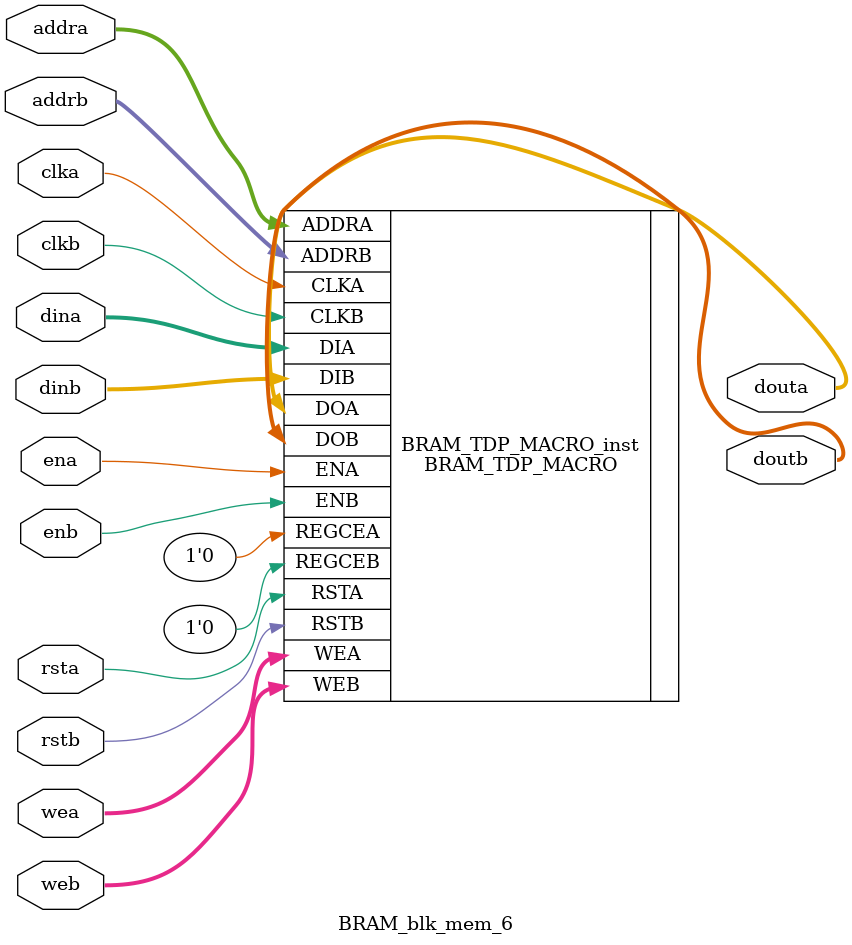
<source format=v>
`timescale 1ns/1ps

module BRAM_blk_mem_6 (
  clka,
  ena,
  wea,
  addra,
  dina,
  douta,
  rsta,
  clkb,
  enb,
  web,
  addrb,
  dinb,
  doutb,
  rstb
);


input wire clka;
input wire clkb;

input wire ena;
input wire enb;

input wire rsta;
input wire rstb;

input wire [3 : 0] wea;
input wire [3 : 0] web;

input wire [9 : 0] addra;
input wire [9 : 0] addrb;

input wire [31 : 0] dina;
input wire [31 : 0] dinb;

output wire [31 : 0] douta;
output wire [31 : 0] doutb;


// BRAM_TDP_MACRO : In order to incorporate this function into the design,
//   Verilog   : the following instance declaration needs to be placed
//  instance   : in the body of the design code.  The instance name
// declaration : (BRAM_TDP_MACRO_inst) and/or the port declarations within the
//    code     : parenthesis may be changed to properly reference and
//             : connect this function to the design.  All inputs
//             : and outputs must be connected.

//  <-----Cut code below this line---->

   // BRAM_TDP_MACRO: True Dual Port RAM
   //                 Virtex-7
   // Xilinx HDL Language Template, version 2016.4
   
   //////////////////////////////////////////////////////////////////////////
   // DATA_WIDTH_A/B | BRAM_SIZE | RAM Depth | ADDRA/B Width | WEA/B Width //
   // ===============|===========|===========|===============|=============//
   //     19-36      |  "36Kb"   |    1024   |    10-bit     |    4-bit    //
   //     10-18      |  "36Kb"   |    2048   |    11-bit     |    2-bit    //
   //     10-18      |  "18Kb"   |    1024   |    10-bit     |    2-bit    //
   //      5-9       |  "36Kb"   |    4096   |    12-bit     |    1-bit    //
   //      5-9       |  "18Kb"   |    2048   |    11-bit     |    1-bit    //
   //      3-4       |  "36Kb"   |    8192   |    13-bit     |    1-bit    //
   //      3-4       |  "18Kb"   |    4096   |    12-bit     |    1-bit    //
   //        2       |  "36Kb"   |   16384   |    14-bit     |    1-bit    //
   //        2       |  "18Kb"   |    8192   |    13-bit     |    1-bit    //
   //        1       |  "36Kb"   |   32768   |    15-bit     |    1-bit    //
   //        1       |  "18Kb"   |   16384   |    14-bit     |    1-bit    //
   //////////////////////////////////////////////////////////////////////////

   BRAM_TDP_MACRO #(
      .BRAM_SIZE("36Kb"), // Target BRAM: "18Kb" or "36Kb" 
      .DEVICE("7SERIES"), // Target device: "7SERIES" 
      .DOA_REG(0),        // Optional port A output register (0 or 1)
      .DOB_REG(0),        // Optional port B output register (0 or 1)
      .INIT_A(36'h00000000),  // Initial values on port A output port
      .INIT_B(36'h00000000), // Initial values on port B output port
      .INIT_FILE ("weight_6.mem"),
      .READ_WIDTH_A (32),   // Valid values are 1-36 (19-36 only valid when BRAM_SIZE="36Kb")
      .READ_WIDTH_B (32),   // Valid values are 1-36 (19-36 only valid when BRAM_SIZE="36Kb")
      .SIM_COLLISION_CHECK ("ALL"), // Collision check enable "ALL", "WARNING_ONLY", 
                                    //   "GENERATE_X_ONLY" or "NONE" 
      .SRVAL_A(36'h00000000), // Set/Reset value for port A output
      .SRVAL_B(36'h00000000), // Set/Reset value for port B output
      .WRITE_MODE_A("WRITE_FIRST"), // "WRITE_FIRST", "READ_FIRST", or "NO_CHANGE" 
      .WRITE_MODE_B("WRITE_FIRST"), // "WRITE_FIRST", "READ_FIRST", or "NO_CHANGE" 
      .WRITE_WIDTH_A(32), // Valid values are 1-36 (19-36 only valid when BRAM_SIZE="36Kb")
      .WRITE_WIDTH_B(32), // Valid values are 1-36 (19-36 only valid when BRAM_SIZE="36Kb")
      .INIT_00(256'h0000000000000000000000000000000000000000000000000000000000000000),
      .INIT_01(256'h0000000000000000000000000000000000000000000000000000000000000000),
      .INIT_02(256'h0000000000000000000000000000000000000000000000000000000000000000),
      .INIT_03(256'h0000000000000000000000000000000000000000000000000000000000000000),
      .INIT_04(256'h0000000000000000000000000000000000000000000000000000000000000000),
      .INIT_05(256'h0000000000000000000000000000000000000000000000000000000000000000),
      .INIT_06(256'h0000000000000000000000000000000000000000000000000000000000000000),
      .INIT_07(256'h0000000000000000000000000000000000000000000000000000000000000000),
      .INIT_08(256'h0000000000000000000000000000000000000000000000000000000000000000),
      .INIT_09(256'h0000000000000000000000000000000000000000000000000000000000000000),
      .INIT_0A(256'h0000000000000000000000000000000000000000000000000000000000000000),
      .INIT_0B(256'h0000000000000000000000000000000000000000000000000000000000000000),
      .INIT_0C(256'h0000000000000000000000000000000000000000000000000000000000000000),
      .INIT_0D(256'h0000000000000000000000000000000000000000000000000000000000000000),
      .INIT_0E(256'h0000000000000000000000000000000000000000000000000000000000000000),
      .INIT_0F(256'h0000000000000000000000000000000000000000000000000000000000000000),
      .INIT_10(256'h0000000000000000000000000000000000000000000000000000000000000000),
      .INIT_11(256'h0000000000000000000000000000000000000000000000000000000000000000),
      .INIT_12(256'h0000000000000000000000000000000000000000000000000000000000000000),
      .INIT_13(256'h0000000000000000000000000000000000000000000000000000000000000000),
      .INIT_14(256'h0000000000000000000000000000000000000000000000000000000000000000),
      .INIT_15(256'h0000000000000000000000000000000000000000000000000000000000000000),
      .INIT_16(256'h0000000000000000000000000000000000000000000000000000000000000000),
      .INIT_17(256'h0000000000000000000000000000000000000000000000000000000000000000),
      .INIT_18(256'h0000000000000000000000000000000000000000000000000000000000000000),
      .INIT_19(256'h0000000000000000000000000000000000000000000000000000000000000000),
      .INIT_1A(256'h0000000000000000000000000000000000000000000000000000000000000000),
      .INIT_1B(256'h0000000000000000000000000000000000000000000000000000000000000000),
      .INIT_1C(256'h0000000000000000000000000000000000000000000000000000000000000000),
      .INIT_1D(256'h0000000000000000000000000000000000000000000000000000000000000000),
      .INIT_1E(256'h0000000000000000000000000000000000000000000000000000000000000000),
      .INIT_1F(256'h0000000000000000000000000000000000000000000000000000000000000000),
      .INIT_20(256'h0000000000000000000000000000000000000000000000000000000000000000),
      .INIT_21(256'h0000000000000000000000000000000000000000000000000000000000000000),
      .INIT_22(256'h0000000000000000000000000000000000000000000000000000000000000000),
      .INIT_23(256'h0000000000000000000000000000000000000000000000000000000000000000),
      .INIT_24(256'h0000000000000000000000000000000000000000000000000000000000000000),
      .INIT_25(256'h0000000000000000000000000000000000000000000000000000000000000000),
      .INIT_26(256'h0000000000000000000000000000000000000000000000000000000000000000),
      .INIT_27(256'h0000000000000000000000000000000000000000000000000000000000000000),
      .INIT_28(256'h0000000000000000000000000000000000000000000000000000000000000000),
      .INIT_29(256'h0000000000000000000000000000000000000000000000000000000000000000),
      .INIT_2A(256'h0000000000000000000000000000000000000000000000000000000000000000),
      .INIT_2B(256'h0000000000000000000000000000000000000000000000000000000000000000),
      .INIT_2C(256'h0000000000000000000000000000000000000000000000000000000000000000),
      .INIT_2D(256'h0000000000000000000000000000000000000000000000000000000000000000),
      .INIT_2E(256'h0000000000000000000000000000000000000000000000000000000000000000),
      .INIT_2F(256'h0000000000000000000000000000000000000000000000000000000000000000),
      .INIT_30(256'h0000000000000000000000000000000000000000000000000000000000000000),
      .INIT_31(256'h0000000000000000000000000000000000000000000000000000000000000000),
      .INIT_32(256'h0000000000000000000000000000000000000000000000000000000000000000),
      .INIT_33(256'h0000000000000000000000000000000000000000000000000000000000000000),
      .INIT_34(256'h0000000000000000000000000000000000000000000000000000000000000000),
      .INIT_35(256'h0000000000000000000000000000000000000000000000000000000000000000),
      .INIT_36(256'h0000000000000000000000000000000000000000000000000000000000000000),
      .INIT_37(256'h0000000000000000000000000000000000000000000000000000000000000000),
      .INIT_38(256'h0000000000000000000000000000000000000000000000000000000000000000),
      .INIT_39(256'h0000000000000000000000000000000000000000000000000000000000000000),
      .INIT_3A(256'h0000000000000000000000000000000000000000000000000000000000000000),
      .INIT_3B(256'h0000000000000000000000000000000000000000000000000000000000000000),
      .INIT_3C(256'h0000000000000000000000000000000000000000000000000000000000000000),
      .INIT_3D(256'h0000000000000000000000000000000000000000000000000000000000000000),
      .INIT_3E(256'h0000000000000000000000000000000000000000000000000000000000000000),
      .INIT_3F(256'h0000000000000000000000000000000000000000000000000000000000000000),
      
      // The next set of INIT_xx are valid when configured as 36Kb
      .INIT_40(256'h0000000000000000000000000000000000000000000000000000000000000000),
      .INIT_41(256'h0000000000000000000000000000000000000000000000000000000000000000),
      .INIT_42(256'h0000000000000000000000000000000000000000000000000000000000000000),
      .INIT_43(256'h0000000000000000000000000000000000000000000000000000000000000000),
      .INIT_44(256'h0000000000000000000000000000000000000000000000000000000000000000),
      .INIT_45(256'h0000000000000000000000000000000000000000000000000000000000000000),
      .INIT_46(256'h0000000000000000000000000000000000000000000000000000000000000000),
      .INIT_47(256'h0000000000000000000000000000000000000000000000000000000000000000),
      .INIT_48(256'h0000000000000000000000000000000000000000000000000000000000000000),
      .INIT_49(256'h0000000000000000000000000000000000000000000000000000000000000000),
      .INIT_4A(256'h0000000000000000000000000000000000000000000000000000000000000000),
      .INIT_4B(256'h0000000000000000000000000000000000000000000000000000000000000000),
      .INIT_4C(256'h0000000000000000000000000000000000000000000000000000000000000000),
      .INIT_4D(256'h0000000000000000000000000000000000000000000000000000000000000000),
      .INIT_4E(256'h0000000000000000000000000000000000000000000000000000000000000000),
      .INIT_4F(256'h0000000000000000000000000000000000000000000000000000000000000000),
      .INIT_50(256'h0000000000000000000000000000000000000000000000000000000000000000),
      .INIT_51(256'h0000000000000000000000000000000000000000000000000000000000000000),
      .INIT_52(256'h0000000000000000000000000000000000000000000000000000000000000000),
      .INIT_53(256'h0000000000000000000000000000000000000000000000000000000000000000),
      .INIT_54(256'h0000000000000000000000000000000000000000000000000000000000000000),
      .INIT_55(256'h0000000000000000000000000000000000000000000000000000000000000000),
      .INIT_56(256'h0000000000000000000000000000000000000000000000000000000000000000),
      .INIT_57(256'h0000000000000000000000000000000000000000000000000000000000000000),
      .INIT_58(256'h0000000000000000000000000000000000000000000000000000000000000000),
      .INIT_59(256'h0000000000000000000000000000000000000000000000000000000000000000),
      .INIT_5A(256'h0000000000000000000000000000000000000000000000000000000000000000),
      .INIT_5B(256'h0000000000000000000000000000000000000000000000000000000000000000),
      .INIT_5C(256'h0000000000000000000000000000000000000000000000000000000000000000),
      .INIT_5D(256'h0000000000000000000000000000000000000000000000000000000000000000),
      .INIT_5E(256'h0000000000000000000000000000000000000000000000000000000000000000),
      .INIT_5F(256'h0000000000000000000000000000000000000000000000000000000000000000),
      .INIT_60(256'h0000000000000000000000000000000000000000000000000000000000000000),
      .INIT_61(256'h0000000000000000000000000000000000000000000000000000000000000000),
      .INIT_62(256'h0000000000000000000000000000000000000000000000000000000000000000),
      .INIT_63(256'h0000000000000000000000000000000000000000000000000000000000000000),
      .INIT_64(256'h0000000000000000000000000000000000000000000000000000000000000000),
      .INIT_65(256'h0000000000000000000000000000000000000000000000000000000000000000),
      .INIT_66(256'h0000000000000000000000000000000000000000000000000000000000000000),
      .INIT_67(256'h0000000000000000000000000000000000000000000000000000000000000000),
      .INIT_68(256'h0000000000000000000000000000000000000000000000000000000000000000),
      .INIT_69(256'h0000000000000000000000000000000000000000000000000000000000000000),
      .INIT_6A(256'h0000000000000000000000000000000000000000000000000000000000000000),
      .INIT_6B(256'h0000000000000000000000000000000000000000000000000000000000000000),
      .INIT_6C(256'h0000000000000000000000000000000000000000000000000000000000000000),
      .INIT_6D(256'h0000000000000000000000000000000000000000000000000000000000000000),
      .INIT_6E(256'h0000000000000000000000000000000000000000000000000000000000000000),
      .INIT_6F(256'h0000000000000000000000000000000000000000000000000000000000000000),
      .INIT_70(256'h0000000000000000000000000000000000000000000000000000000000000000),
      .INIT_71(256'h0000000000000000000000000000000000000000000000000000000000000000),
      .INIT_72(256'h0000000000000000000000000000000000000000000000000000000000000000),
      .INIT_73(256'h0000000000000000000000000000000000000000000000000000000000000000),
      .INIT_74(256'h0000000000000000000000000000000000000000000000000000000000000000),
      .INIT_75(256'h0000000000000000000000000000000000000000000000000000000000000000),
      .INIT_76(256'h0000000000000000000000000000000000000000000000000000000000000000),
      .INIT_77(256'h0000000000000000000000000000000000000000000000000000000000000000),
      .INIT_78(256'h0000000000000000000000000000000000000000000000000000000000000000),
      .INIT_79(256'h0000000000000000000000000000000000000000000000000000000000000000),
      .INIT_7A(256'h0000000000000000000000000000000000000000000000000000000000000000),
      .INIT_7B(256'h0000000000000000000000000000000000000000000000000000000000000000),
      .INIT_7C(256'h0000000000000000000000000000000000000000000000000000000000000000),
      .INIT_7D(256'h0000000000000000000000000000000000000000000000000000000000000000),
      .INIT_7E(256'h0000000000000000000000000000000000000000000000000000000000000000),
      .INIT_7F(256'h0000000000000000000000000000000000000000000000000000000000000000),
     
      // The next set of INITP_xx are for the parity bits
      //.INIT_FF(256'h0000000000000000000000000000000000000000000000000000000000000000),
      .INITP_00(256'h0000000000000000000000000000000000000000000000000000000000000000),
      .INITP_01(256'h0000000000000000000000000000000000000000000000000000000000000000),
      .INITP_02(256'h0000000000000000000000000000000000000000000000000000000000000000),
      .INITP_03(256'h0000000000000000000000000000000000000000000000000000000000000000),
      .INITP_04(256'h0000000000000000000000000000000000000000000000000000000000000000),
      .INITP_05(256'h0000000000000000000000000000000000000000000000000000000000000000),
      .INITP_06(256'h0000000000000000000000000000000000000000000000000000000000000000),
      .INITP_07(256'h0000000000000000000000000000000000000000000000000000000000000000),
      
      // The next set of INITP_xx are valid when configured as 36Kb
      .INITP_08(256'h0000000000000000000000000000000000000000000000000000000000000000),
      .INITP_09(256'h0000000000000000000000000000000000000000000000000000000000000000),
      .INITP_0A(256'h0000000000000000000000000000000000000000000000000000000000000000),
      .INITP_0B(256'h0000000000000000000000000000000000000000000000000000000000000000),
      .INITP_0C(256'h0000000000000000000000000000000000000000000000000000000000000000),
      .INITP_0D(256'h0000000000000000000000000000000000000000000000000000000000000000),
      .INITP_0E(256'h0000000000000000000000000000000000000000000000000000000000000000),
      .INITP_0F(256'h0000000000000000000000000000000000000000000000000000000000000000)
   ) BRAM_TDP_MACRO_inst (
      .DOA(douta),       // Output port-A data, width defined by READ_WIDTH_A parameter
      .DOB(doutb),       // Output port-B data, width defined by READ_WIDTH_B parameter
      .ADDRA(addra),   // Input port-A address, width defined by Port A depth
      .ADDRB(addrb),   // Input port-B address, width defined by Port B depth
      .CLKA(clka),     // 1-bit input port-A clock
      .CLKB(clkb),     // 1-bit input port-B clock
      .DIA(dina),       // Input port-A data, width defined by WRITE_WIDTH_A parameter
      .DIB(dinb),       // Input port-B data, width defined by WRITE_WIDTH_B parameter
      .ENA(ena),       // 1-bit input port-A enable
      .ENB(enb),       // 1-bit input port-B enable
      .REGCEA(1'D0), // 1-bit input port-A output register enable
      .REGCEB(1'D0), // 1-bit input port-B output register enable
      .RSTA(rsta),     // 1-bit input port-A reset
      .RSTB(rstb),     // 1-bit input port-B reset
      .WEA(wea),       // Input port-A write enable, width defined by Port A depth
      .WEB(web)        // Input port-B write enable, width defined by Port B depth
   );

   // End of BRAM_TDP_MACRO_inst instantiation
				
endmodule
</source>
